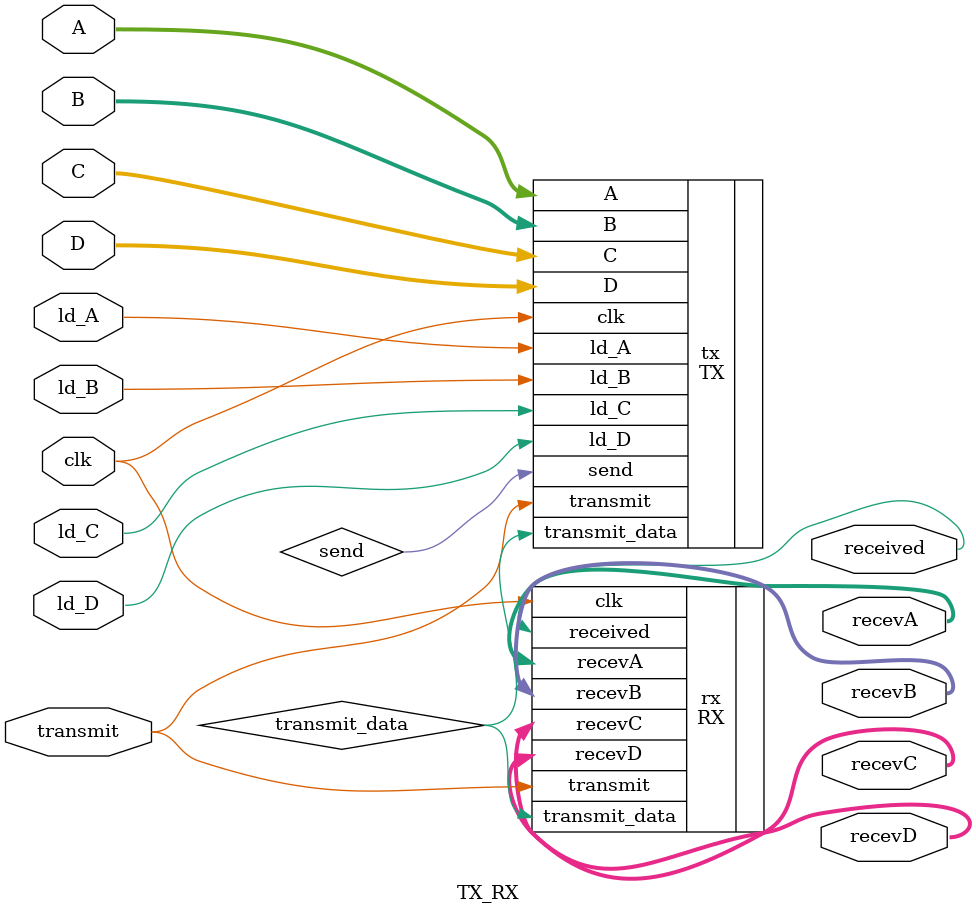
<source format=v>
module TX_RX(
				input [3:0] A, B, C, D,
				input ld_A, ld_B, ld_C, ld_D,
				input clk, transmit,
				output [3:0] recevA, recevB, recevC, recevD,
				output received
				);
				
wire transmit_data;
wire send;

TX tx(
		.A(A),
		.B(B),
		.C(C),
		.D(D),
		.clk(clk),
		.ld_A(ld_A),
		.ld_B(ld_B),
		.ld_C(ld_C),
		.ld_D(ld_D),
		.transmit_data(transmit_data),		
		.send(send),
		.transmit(transmit)
		);
		
RX rx(
		.clk(clk),
		.transmit_data(transmit_data),
		.transmit(transmit),
		.recevA(recevA),
		.recevB(recevB),
		.recevC(recevC),
		.recevD(recevD),
		.received(received)
		);
				
endmodule

</source>
